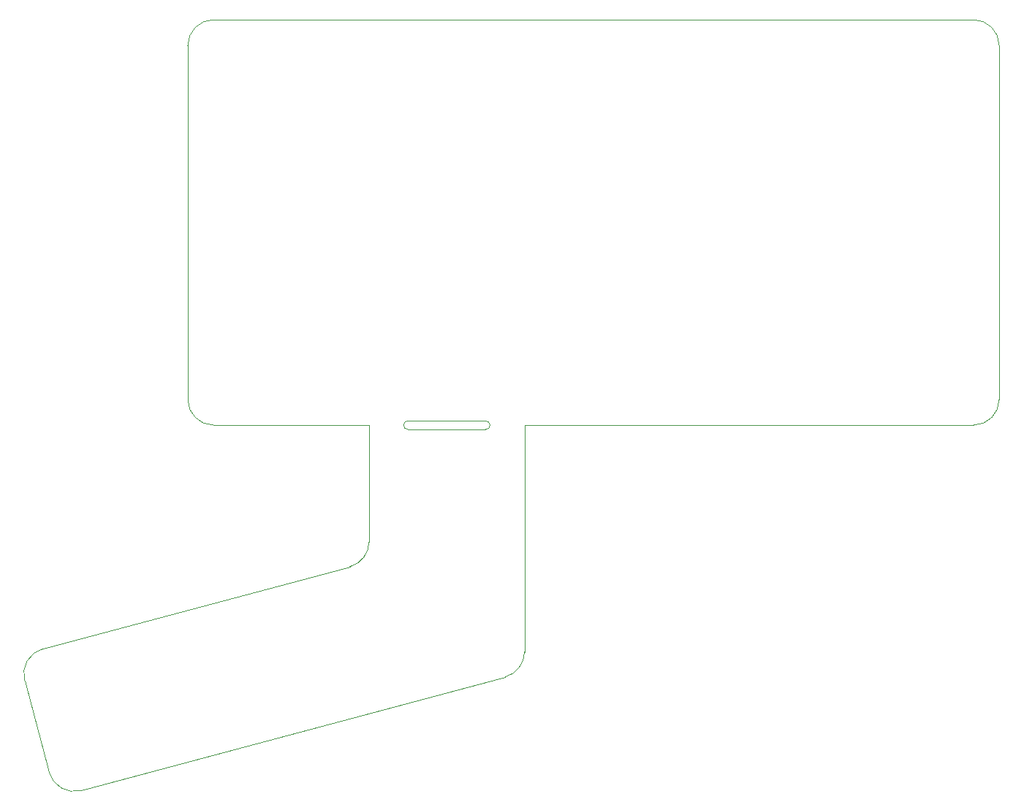
<source format=gbr>
%TF.GenerationSoftware,KiCad,Pcbnew,5.1.8*%
%TF.CreationDate,2021-02-20T18:00:33-06:00*%
%TF.ProjectId,small-paintbrush-hotswap,736d616c-6c2d-4706-9169-6e7462727573,rev?*%
%TF.SameCoordinates,Original*%
%TF.FileFunction,Profile,NP*%
%FSLAX46Y46*%
G04 Gerber Fmt 4.6, Leading zero omitted, Abs format (unit mm)*
G04 Created by KiCad (PCBNEW 5.1.8) date 2021-02-20 18:00:33*
%MOMM*%
%LPD*%
G01*
G04 APERTURE LIST*
%TA.AperFunction,Profile*%
%ADD10C,0.050000*%
%TD*%
G04 APERTURE END LIST*
D10*
X101401736Y-66099424D02*
G75*
G02*
X101401736Y-65099424I0J500000D01*
G01*
X101401736Y-65099424D02*
X110401736Y-65099424D01*
X110401736Y-66099424D02*
X101401736Y-66099424D01*
X110401736Y-65099424D02*
G75*
G02*
X110401736Y-66099424I0J-500000D01*
G01*
X63520490Y-107949754D02*
G75*
G02*
X59846257Y-105828433I-776456J2897777D01*
G01*
X59846257Y-105828433D02*
X56999245Y-95203248D01*
X56999244Y-95203248D02*
G75*
G02*
X59120565Y-91529017I2897776J776455D01*
G01*
X59120565Y-91529017D02*
X94676294Y-82001883D01*
X96899835Y-79104108D02*
G75*
G02*
X94676294Y-82001883I-2999998J0D01*
G01*
X114899996Y-91880677D02*
G75*
G02*
X112676452Y-94778450I-2999998J3D01*
G01*
X96901738Y-65599424D02*
X78901737Y-65599424D01*
X96899835Y-79104109D02*
X96901738Y-65599424D01*
X78901741Y-65599424D02*
G75*
G02*
X75901739Y-62599426I-2J3000000D01*
G01*
X112676452Y-94778450D02*
X63520490Y-107949754D01*
X114901737Y-65599424D02*
X114899995Y-91880676D01*
X166901737Y-65599424D02*
X114901737Y-65599424D01*
X166901736Y-18599422D02*
G75*
G02*
X169901739Y-21599423I1J-3000002D01*
G01*
X78901738Y-18599424D02*
X166901737Y-18599423D01*
X75901736Y-21599422D02*
G75*
G02*
X78901738Y-18599424I3000000J-2D01*
G01*
X169901737Y-62599428D02*
G75*
G02*
X166901737Y-65599424I-2999998J2D01*
G01*
X75901739Y-62599426D02*
X75901738Y-21599424D01*
X169901739Y-21599423D02*
X169901739Y-62599424D01*
M02*

</source>
